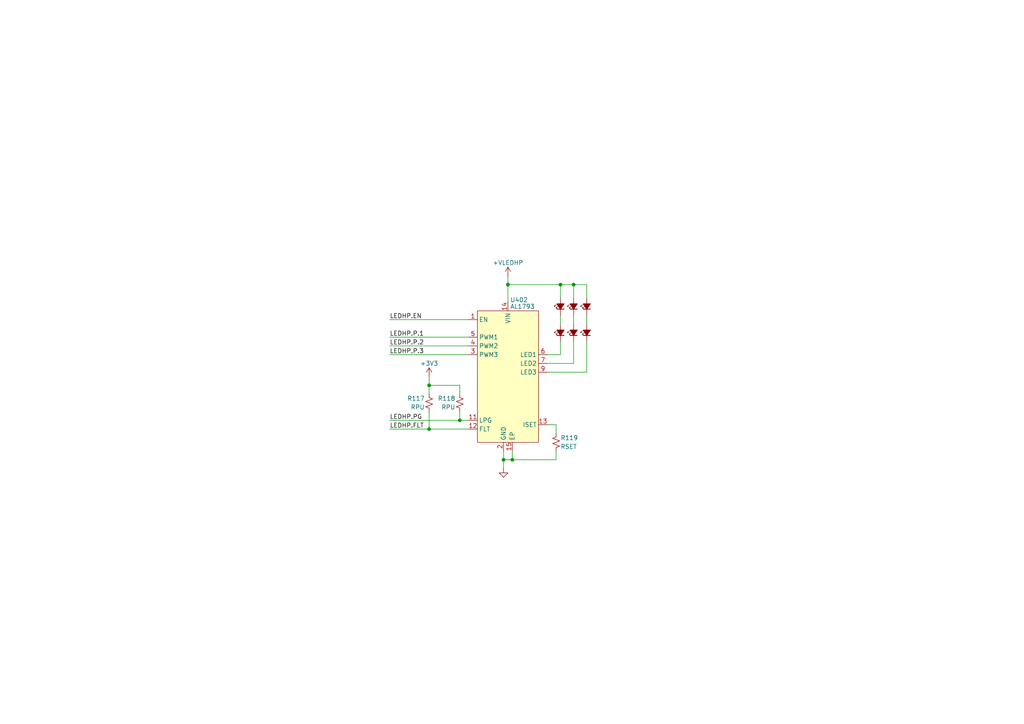
<source format=kicad_sch>
(kicad_sch (version 20250114) (generator "eeschema") (generator_version "9.0")
  (paper "A4")
  (lib_symbols
    (symbol "Device:LED_Small_Filled" (pin_numbers (hide yes)) (pin_names (offset 0.254) (hide yes))
      (property "Reference" "D" (at -1.27 3.175 0))
      (property "Value" "LED_Small_Filled" (at -4.445 -2.54 0))
      (symbol "LED_Small_Filled_0_1"
        (polyline (pts (xy -0.762 -1.016) (xy -0.762 1.016)) (stroke (width 0.254)))
        (polyline (pts (xy 0 0.762) (xy -0.508 1.27) (xy -0.254 1.27) (xy -0.508 1.27) (xy -0.508 1.016)))
        (polyline (pts (xy 0.508 1.27) (xy 0 1.778) (xy 0.254 1.778) (xy 0 1.778) (xy 0 1.524)))
        (polyline (pts (xy 0.762 -1.016) (xy -0.762 0) (xy 0.762 1.016) (xy 0.762 -1.016)) (stroke (width 0.254)) (fill (type outline)))
        (polyline (pts (xy 1.016 0) (xy -0.762 0)))
      )
      (symbol "LED_Small_Filled_1_1"
        (pin passive line (at -2.54 0 0) (length 1.778) (name "K") (number "1"))
        (pin passive line (at 2.54 0 180) (length 1.778) (name "A") (number "2"))
      )
    )
    (symbol "Device:R_Small_US" (pin_numbers (hide yes)) (pin_names (offset 0.254) (hide yes))
      (property "Reference" "R" (at 0.762 0.508 0))
      (property "Value" "R_Small_US" (at 0.762 -1.016 0))
      (symbol "R_Small_US_1_1"
        (polyline (pts (xy 0 1.524) (xy 1.016 1.143) (xy 0 0.762) (xy -1.016 0.381) (xy 0 0)))
        (polyline (pts (xy 0 0) (xy 1.016 -0.381) (xy 0 -0.762) (xy -1.016 -1.143) (xy 0 -1.524)))
        (pin passive line (at 0 2.54 270) (length 1.016) (name "~") (number "1"))
        (pin passive line (at 0 -2.54 90) (length 1.016) (name "~") (number "2"))
      )
    )
    (symbol "LED driver:AL1793AFE-13"
      (property "Reference" "U" (at 0.635 22.225 0))
      (property "Value" "AL1793" (at 0.635 20.32 0))
      (symbol "AL1793AFE-13_0_0"
        (pin input line (at -11.43 16.51 0) (length 2.54) (name "EN") (number "1"))
        (pin input line (at -11.43 11.43 0) (length 2.54) (name "PWM1") (number "5"))
        (pin input line (at -11.43 8.89 0) (length 2.54) (name "PWM2") (number "4"))
        (pin input line (at -11.43 6.35 0) (length 2.54) (name "PWM3") (number "3"))
        (pin power_in line (at -1.27 -21.59 90) (length 2.54) (name "GND") (number "2"))
        (pin power_in line (at 0 21.59 270) (length 2.54) (name "VIN") (number "14"))
        (pin passive line (at 11.43 -13.97 180) (length 2.54) (name "ISET") (number "13"))
      )
      (symbol "AL1793AFE-13_1_0"
        (pin open_collector line (at -11.43 -12.7 0) (length 2.54) (name "LPG") (number "11"))
        (pin open_collector line (at -11.43 -15.24 0) (length 2.54) (name "FLT") (number "12"))
        (pin passive line (at -1.27 -21.59 90) (length 2.54) (hide yes) (name "GND") (number "10"))
        (pin passive line (at -1.27 -21.59 90) (length 2.54) (hide yes) (name "GND") (number "8"))
        (pin passive line (at 1.27 -21.59 90) (length 2.54) (name "EP") (number "15"))
        (pin passive line (at 11.43 6.35 180) (length 2.54) (name "LED1") (number "6"))
        (pin passive line (at 11.43 3.81 180) (length 2.54) (name "LED2") (number "7"))
        (pin passive line (at 11.43 1.27 180) (length 2.54) (name "LED3") (number "9"))
      )
      (symbol "AL1793AFE-13_1_1"
        (rectangle (start -8.89 19.05) (end 8.89 -19.05) (fill (type background)))
      )
    )
    (symbol "power:GND" (power) (pin_numbers (hide yes)) (pin_names (offset 0) (hide yes))
      (property "Value" "GND" (at 0 -3.81 0))
      (symbol "GND_0_1"
        (polyline (pts (xy 0 0) (xy 0 -1.27) (xy 1.27 -1.27) (xy 0 -2.54) (xy -1.27 -1.27) (xy 0 -1.27)))
      )
      (symbol "GND_1_1"
        (pin power_in line (at 0 0 270) (length 0) (name "~") (number "1"))
      )
    )
    (symbol "power:VAA" (power) (pin_numbers (hide yes)) (pin_names (offset 0) (hide yes))
      (property "Value" "VAA" (at 0 3.556 0))
      (symbol "VAA_0_1"
        (polyline (pts (xy -0.762 1.27) (xy 0 2.54)))
        (polyline (pts (xy 0 2.54) (xy 0.762 1.27)))
        (polyline (pts (xy 0 0) (xy 0 2.54)))
      )
      (symbol "VAA_1_1"
        (pin power_in line (at 0 0 90) (length 0) (name "~") (number "1"))
      )
    )
  )
  (junction (at 166.37 82.55))
  (junction (at 133.35 121.92))
  (junction (at 124.46 124.46))
  (junction (at 146.05 133.35))
  (junction (at 148.59 133.35))
  (junction (at 162.56 82.55))
  (junction (at 147.32 82.55))
  (junction (at 124.46 111.76))
  (wire (pts (xy 113.03 100.33) (xy 135.89 100.33)))
  (wire (pts (xy 113.03 92.71) (xy 135.89 92.71)))
  (wire (pts (xy 113.03 121.92) (xy 133.35 121.92)))
  (wire (pts (xy 148.59 133.35) (xy 161.29 133.35)))
  (wire (pts (xy 161.29 125.73) (xy 161.29 123.19)))
  (wire (pts (xy 170.18 86.36) (xy 170.18 82.55)))
  (wire (pts (xy 133.35 121.92) (xy 135.89 121.92)))
  (wire (pts (xy 161.29 123.19) (xy 158.75 123.19)))
  (wire (pts (xy 162.56 82.55) (xy 162.56 86.36)))
  (wire (pts (xy 124.46 109.22) (xy 124.46 111.76)))
  (wire (pts (xy 166.37 82.55) (xy 166.37 86.36)))
  (wire (pts (xy 133.35 119.38) (xy 133.35 121.92)))
  (wire (pts (xy 133.35 111.76) (xy 124.46 111.76)))
  (wire (pts (xy 161.29 133.35) (xy 161.29 130.81)))
  (wire (pts (xy 166.37 105.41) (xy 166.37 99.06)))
  (wire (pts (xy 113.03 102.87) (xy 135.89 102.87)))
  (wire (pts (xy 146.05 130.81) (xy 146.05 133.35)))
  (wire (pts (xy 166.37 91.44) (xy 166.37 93.98)))
  (wire (pts (xy 170.18 91.44) (xy 170.18 93.98)))
  (wire (pts (xy 124.46 119.38) (xy 124.46 124.46)))
  (wire (pts (xy 148.59 130.81) (xy 148.59 133.35)))
  (wire (pts (xy 162.56 102.87) (xy 158.75 102.87)))
  (wire (pts (xy 113.03 97.79) (xy 135.89 97.79)))
  (wire (pts (xy 124.46 124.46) (xy 135.89 124.46)))
  (wire (pts (xy 170.18 107.95) (xy 170.18 99.06)))
  (wire (pts (xy 158.75 105.41) (xy 166.37 105.41)))
  (wire (pts (xy 113.03 124.46) (xy 124.46 124.46)))
  (wire (pts (xy 166.37 82.55) (xy 162.56 82.55)))
  (wire (pts (xy 147.32 80.01) (xy 147.32 82.55)))
  (wire (pts (xy 146.05 133.35) (xy 146.05 135.89)))
  (wire (pts (xy 170.18 82.55) (xy 166.37 82.55)))
  (wire (pts (xy 146.05 133.35) (xy 148.59 133.35)))
  (wire (pts (xy 124.46 111.76) (xy 124.46 114.3)))
  (wire (pts (xy 133.35 114.3) (xy 133.35 111.76)))
  (wire (pts (xy 162.56 99.06) (xy 162.56 102.87)))
  (wire (pts (xy 162.56 91.44) (xy 162.56 93.98)))
  (wire (pts (xy 147.32 82.55) (xy 147.32 87.63)))
  (wire (pts (xy 158.75 107.95) (xy 170.18 107.95)))
  (wire (pts (xy 147.32 82.55) (xy 162.56 82.55)))
  (label "LEDHP.P.2" (at 113.03 100.33 0))
  (label "LEDHP.P.1" (at 113.03 97.79 0))
  (label "LEDHP.P.3" (at 113.03 102.87 0))
  (label "LEDHP.PG" (at 113.03 121.92 0))
  (label "LEDHP.FLT" (at 113.03 124.46 0))
  (label "LEDHP.EN" (at 113.03 92.71 0))
  (symbol (lib_id "Device:LED_Small_Filled") (at 166.37 96.52 90) (unit 1)
    (property "Reference" "D166" (effects (hide yes)))
    (property "Value" "LED_Small_Filled" (effects (hide yes)))
    (property "Description" "Light emitting diode, small symbol, filled shape" (effects (hide yes)))
    (property "Sim.Pins" "1=K 2=A" (effects (hide yes)))
  )
  (symbol (lib_id "Device:R_Small_US") (at 133.35 116.84 0) (unit 1)
    (property "Reference" "R118" (at 132.08 115.57 0) (effects (justify right)))
    (property "Value" "RPU" (at 132.08 118.11 0) (effects (justify right)))
    (property "Footprint" "Perfect passives:R 0402 (1005 Metric)" (effects (hide yes)))
    (property "Description" "Resistor, small US symbol" (effects (hide yes)))
  )
  (symbol (lib_id "power:GND") (at 146.05 135.89 0) (mirror y) (unit 1)
    (property "Reference" "#PWR0112" (effects (hide yes)))
    (property "Value" "GND" (effects (hide yes)))
    (property "Description" "Power symbol creates a global label with name \"GND\" , ground" (effects (hide yes)))
  )
  (symbol (lib_id "power:VAA") (at 147.32 80.01 0) (unit 1)
    (property "Reference" "#PWR0110" (effects (hide yes)))
    (property "Value" "+VLEDHP" (at 147.32 76.2 0))
    (property "Description" "Power symbol creates a global label with name \"VAA\"" (effects (hide yes)))
  )
  (symbol (lib_id "Device:LED_Small_Filled") (at 170.18 88.9 90) (unit 1)
    (property "Reference" "D164" (effects (hide yes)))
    (property "Value" "LED_Small_Filled" (effects (hide yes)))
    (property "Description" "Light emitting diode, small symbol, filled shape" (effects (hide yes)))
    (property "Sim.Pins" "1=K 2=A" (effects (hide yes)))
  )
  (symbol (lib_id "Device:LED_Small_Filled") (at 162.56 88.9 90) (unit 1)
    (property "Reference" "D162" (effects (hide yes)))
    (property "Value" "LED_Small_Filled" (effects (hide yes)))
    (property "Description" "Light emitting diode, small symbol, filled shape" (effects (hide yes)))
    (property "Sim.Pins" "1=K 2=A" (effects (hide yes)))
  )
  (symbol (lib_id "Device:LED_Small_Filled") (at 170.18 96.52 90) (unit 1)
    (property "Reference" "D167" (effects (hide yes)))
    (property "Value" "LED_Small_Filled" (effects (hide yes)))
    (property "Description" "Light emitting diode, small symbol, filled shape" (effects (hide yes)))
    (property "Sim.Pins" "1=K 2=A" (effects (hide yes)))
  )
  (symbol (lib_id "LED driver:AL1793AFE-13") (at 147.32 109.22 0) (unit 1)
    (property "Reference" "U402" (at 147.955 86.995 0) (effects (justify left)))
    (property "Value" "AL1793" (at 147.955 88.9 0) (effects (justify left)))
    (property "Footprint" "DFN-x:UDFN4030-14 (3x4) 1EP" (effects (hide yes)))
    (property "Description" "3 channel linear LED driver. Vin = 6.5-30V. 500mA current sink per channel. Analog and PWM dimming. Hardware configuration." (effects (hide yes)))
  )
  (symbol (lib_id "Device:R_Small_US") (at 124.46 116.84 0) (unit 1)
    (property "Reference" "R117" (at 123.19 115.57 0) (effects (justify right)))
    (property "Value" "RPU" (at 123.19 118.11 0) (effects (justify right)))
    (property "Footprint" "Perfect passives:R 0402 (1005 Metric)" (effects (hide yes)))
    (property "Description" "Resistor, small US symbol" (effects (hide yes)))
  )
  (symbol (lib_id "Device:R_Small_US") (at 161.29 128.27 0) (mirror y) (unit 1)
    (property "Reference" "R119" (at 162.56 127 0) (effects (justify right)))
    (property "Value" "RSET" (at 162.56 129.54 0) (effects (justify right)))
    (property "Footprint" "Perfect passives:R 0402 (1005 Metric)" (effects (hide yes)))
    (property "Description" "Resistor, small US symbol" (effects (hide yes)))
  )
  (symbol (lib_id "Device:LED_Small_Filled") (at 162.56 96.52 90) (unit 1)
    (property "Reference" "D165" (effects (hide yes)))
    (property "Value" "LED_Small_Filled" (effects (hide yes)))
    (property "Description" "Light emitting diode, small symbol, filled shape" (effects (hide yes)))
    (property "Sim.Pins" "1=K 2=A" (effects (hide yes)))
  )
  (symbol (lib_id "power:VAA") (at 124.46 109.22 0) (unit 1)
    (property "Reference" "#PWR0111" (effects (hide yes)))
    (property "Value" "+3V3" (at 124.46 105.41 0))
    (property "Description" "Power symbol creates a global label with name \"VAA\"" (effects (hide yes)))
  )
  (symbol (lib_id "Device:LED_Small_Filled") (at 166.37 88.9 90) (unit 1)
    (property "Reference" "D163" (effects (hide yes)))
    (property "Value" "LED_Small_Filled" (effects (hide yes)))
    (property "Description" "Light emitting diode, small symbol, filled shape" (effects (hide yes)))
    (property "Sim.Pins" "1=K 2=A" (effects (hide yes)))
  )
)
</source>
